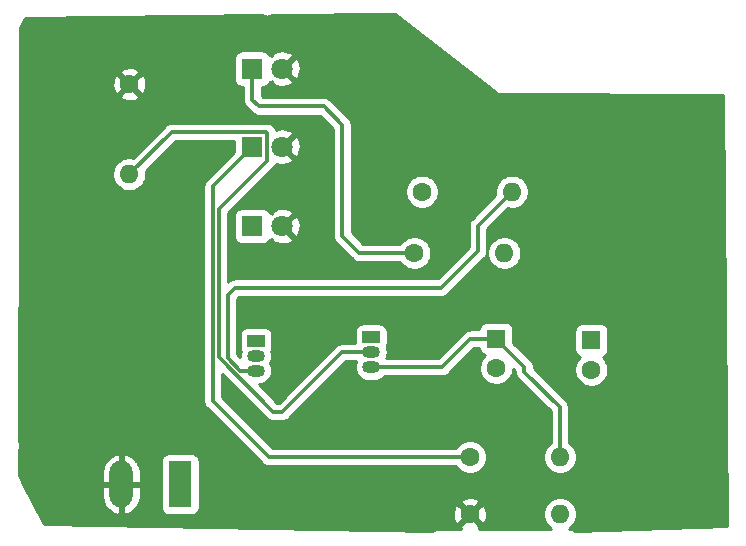
<source format=gbr>
%TF.GenerationSoftware,KiCad,Pcbnew,(5.1.6)-1*%
%TF.CreationDate,2020-09-30T19:57:20-06:00*%
%TF.ProjectId,PCB_LDE,5043425f-4c44-4452-9e6b-696361645f70,v1.0*%
%TF.SameCoordinates,Original*%
%TF.FileFunction,Copper,L1,Top*%
%TF.FilePolarity,Positive*%
%FSLAX46Y46*%
G04 Gerber Fmt 4.6, Leading zero omitted, Abs format (unit mm)*
G04 Created by KiCad (PCBNEW (5.1.6)-1) date 2020-09-30 19:57:20*
%MOMM*%
%LPD*%
G01*
G04 APERTURE LIST*
%TA.AperFunction,ComponentPad*%
%ADD10R,1.600000X1.600000*%
%TD*%
%TA.AperFunction,ComponentPad*%
%ADD11C,1.600000*%
%TD*%
%TA.AperFunction,ComponentPad*%
%ADD12R,1.800000X1.800000*%
%TD*%
%TA.AperFunction,ComponentPad*%
%ADD13C,1.800000*%
%TD*%
%TA.AperFunction,ComponentPad*%
%ADD14O,1.500000X1.050000*%
%TD*%
%TA.AperFunction,ComponentPad*%
%ADD15R,1.500000X1.050000*%
%TD*%
%TA.AperFunction,ComponentPad*%
%ADD16O,1.600000X1.600000*%
%TD*%
%TA.AperFunction,ComponentPad*%
%ADD17R,1.980000X3.960000*%
%TD*%
%TA.AperFunction,ComponentPad*%
%ADD18O,1.980000X3.960000*%
%TD*%
%TA.AperFunction,Conductor*%
%ADD19C,0.300000*%
%TD*%
%TA.AperFunction,Conductor*%
%ADD20C,0.254000*%
%TD*%
G04 APERTURE END LIST*
D10*
%TO.P,C1,1*%
%TO.N,Net-(C1-Pad1)*%
X154559000Y-105156000D03*
D11*
%TO.P,C1,2*%
%TO.N,Net-(C1-Pad2)*%
X154559000Y-107656000D03*
%TD*%
%TO.P,C2,2*%
%TO.N,Net-(C2-Pad2)*%
X146507200Y-107529000D03*
D10*
%TO.P,C2,1*%
%TO.N,Net-(C2-Pad1)*%
X146507200Y-105029000D03*
%TD*%
D12*
%TO.P,D1,1*%
%TO.N,Net-(D1-Pad1)*%
X125857000Y-82169000D03*
D13*
%TO.P,D1,2*%
%TO.N,VCC*%
X128397000Y-82169000D03*
%TD*%
%TO.P,D2,2*%
%TO.N,VCC*%
X128397000Y-95504000D03*
D12*
%TO.P,D2,1*%
%TO.N,Net-(D2-Pad1)*%
X125857000Y-95504000D03*
%TD*%
%TO.P,D3,1*%
%TO.N,Net-(D3-Pad1)*%
X125857000Y-88773000D03*
D13*
%TO.P,D3,2*%
%TO.N,VCC*%
X128397000Y-88773000D03*
%TD*%
D14*
%TO.P,Q1,2*%
%TO.N,Net-(C2-Pad2)*%
X126161800Y-106476800D03*
%TO.P,Q1,3*%
%TO.N,Net-(C1-Pad1)*%
X126161800Y-107746800D03*
D15*
%TO.P,Q1,1*%
%TO.N,Earth*%
X126161800Y-105206800D03*
%TD*%
%TO.P,Q2,1*%
%TO.N,Earth*%
X135915400Y-104902000D03*
D14*
%TO.P,Q2,3*%
%TO.N,Net-(C2-Pad1)*%
X135915400Y-107442000D03*
%TO.P,Q2,2*%
%TO.N,Net-(C1-Pad2)*%
X135915400Y-106172000D03*
%TD*%
D11*
%TO.P,R1,1*%
%TO.N,Net-(D1-Pad1)*%
X139573000Y-97790000D03*
D16*
%TO.P,R1,2*%
%TO.N,Net-(C1-Pad1)*%
X147193000Y-97790000D03*
%TD*%
D11*
%TO.P,R2,1*%
%TO.N,Net-(D2-Pad1)*%
X140208000Y-92583000D03*
D16*
%TO.P,R2,2*%
%TO.N,Net-(C1-Pad1)*%
X147828000Y-92583000D03*
%TD*%
%TO.P,R3,2*%
%TO.N,Net-(C2-Pad2)*%
X151892000Y-119888000D03*
D11*
%TO.P,R3,1*%
%TO.N,VCC*%
X144272000Y-119888000D03*
%TD*%
%TO.P,R4,1*%
%TO.N,VCC*%
X115443000Y-83489800D03*
D16*
%TO.P,R4,2*%
%TO.N,Net-(C1-Pad2)*%
X115443000Y-91109800D03*
%TD*%
%TO.P,R5,2*%
%TO.N,Net-(C2-Pad1)*%
X151892000Y-115062000D03*
D11*
%TO.P,R5,1*%
%TO.N,Net-(D3-Pad1)*%
X144272000Y-115062000D03*
%TD*%
D17*
%TO.P,J1,1*%
%TO.N,Earth*%
X119761000Y-117348000D03*
D18*
%TO.P,J1,2*%
%TO.N,VCC*%
X114761000Y-117348000D03*
%TD*%
D19*
%TO.N,Net-(C1-Pad1)*%
X144957800Y-95453200D02*
X147828000Y-92583000D01*
X141859000Y-100711000D02*
X144957800Y-97612200D01*
X144957800Y-97612200D02*
X144957800Y-95453200D01*
X124841000Y-107746800D02*
X123774200Y-106680000D01*
X126161800Y-107746800D02*
X124841000Y-107746800D01*
X123774200Y-106680000D02*
X123774200Y-101320600D01*
X123774200Y-101320600D02*
X124383800Y-100711000D01*
X124383800Y-100711000D02*
X141859000Y-100711000D01*
%TO.N,Net-(C1-Pad2)*%
X123007210Y-106624372D02*
X127609438Y-111226600D01*
X119032801Y-87519999D02*
X127039401Y-87519999D01*
X115443000Y-91109800D02*
X119032801Y-87519999D01*
X127039401Y-87519999D02*
X127110001Y-87590599D01*
X123007210Y-94058192D02*
X123007210Y-106624372D01*
X127110001Y-89955401D02*
X123007210Y-94058192D01*
X127110001Y-87590599D02*
X127110001Y-89955401D01*
X127609438Y-111226600D02*
X128397000Y-111226600D01*
X133451600Y-106172000D02*
X135915400Y-106172000D01*
X128397000Y-111226600D02*
X133451600Y-106172000D01*
%TO.N,Net-(C2-Pad1)*%
X151892000Y-115062000D02*
X151892000Y-110845600D01*
X151892000Y-110845600D02*
X148894800Y-107848400D01*
X148894800Y-107416600D02*
X146507200Y-105029000D01*
X148894800Y-107848400D02*
X148894800Y-107416600D01*
X135915400Y-107442000D02*
X141909800Y-107442000D01*
X144322800Y-105029000D02*
X146507200Y-105029000D01*
X141909800Y-107442000D02*
X144322800Y-105029000D01*
%TO.N,Net-(D1-Pad1)*%
X134924800Y-97790000D02*
X139573000Y-97790000D01*
X125857000Y-84810600D02*
X126415800Y-85369400D01*
X126415800Y-85369400D02*
X131927600Y-85369400D01*
X125857000Y-82169000D02*
X125857000Y-84810600D01*
X133477000Y-96342200D02*
X134924800Y-97790000D01*
X131927600Y-85369400D02*
X133477000Y-86918800D01*
X133477000Y-86918800D02*
X133477000Y-96342200D01*
%TO.N,Net-(D3-Pad1)*%
X144272000Y-115062000D02*
X127254000Y-115062000D01*
X127254000Y-115062000D02*
X122504200Y-110312200D01*
X122504200Y-92125800D02*
X125857000Y-88773000D01*
X122504200Y-110312200D02*
X122504200Y-92125800D01*
%TD*%
D20*
%TO.N,VCC*%
G36*
X146556270Y-84250479D02*
G01*
X146577331Y-84263756D01*
X146600578Y-84272668D01*
X146633527Y-84277198D01*
X165685330Y-84378135D01*
X166013295Y-120883243D01*
X153240073Y-121354869D01*
X153222461Y-121336927D01*
X153168161Y-121291474D01*
X153113938Y-121245861D01*
X153113154Y-121245429D01*
X153112465Y-121244852D01*
X153050292Y-121210768D01*
X152988321Y-121176598D01*
X152987467Y-121176326D01*
X152986679Y-121175894D01*
X152918979Y-121154506D01*
X152851643Y-121133054D01*
X152850755Y-121132953D01*
X152849896Y-121132682D01*
X152779373Y-121124856D01*
X152709110Y-121116886D01*
X152707425Y-121116872D01*
X152707324Y-121116861D01*
X152707213Y-121116870D01*
X152698848Y-121116802D01*
X152636016Y-121116724D01*
X152806759Y-121002637D01*
X153006637Y-120802759D01*
X153163680Y-120567727D01*
X153271853Y-120306574D01*
X153327000Y-120029335D01*
X153327000Y-119746665D01*
X153271853Y-119469426D01*
X153163680Y-119208273D01*
X153006637Y-118973241D01*
X152806759Y-118773363D01*
X152571727Y-118616320D01*
X152310574Y-118508147D01*
X152033335Y-118453000D01*
X151750665Y-118453000D01*
X151473426Y-118508147D01*
X151212273Y-118616320D01*
X150977241Y-118773363D01*
X150777363Y-118973241D01*
X150620320Y-119208273D01*
X150512147Y-119469426D01*
X150457000Y-119746665D01*
X150457000Y-120029335D01*
X150512147Y-120306574D01*
X150620320Y-120567727D01*
X150777363Y-120802759D01*
X150977241Y-121002637D01*
X151145205Y-121114867D01*
X145018630Y-121107236D01*
X145085097Y-120880702D01*
X144272000Y-120067605D01*
X143458903Y-120880702D01*
X143524824Y-121105375D01*
X141634924Y-121103021D01*
X141596267Y-121106763D01*
X141557407Y-121107022D01*
X141525028Y-121113658D01*
X141492144Y-121116841D01*
X141454944Y-121128022D01*
X141416881Y-121135823D01*
X141386410Y-121148621D01*
X141354768Y-121158131D01*
X141320451Y-121176323D01*
X141284626Y-121191369D01*
X141257221Y-121209841D01*
X141228028Y-121225317D01*
X141197892Y-121249833D01*
X141165678Y-121271547D01*
X141142386Y-121294987D01*
X141116752Y-121315841D01*
X141099482Y-121336664D01*
X108231764Y-120752975D01*
X106563334Y-117475000D01*
X113136000Y-117475000D01*
X113136000Y-118465000D01*
X113192000Y-118779582D01*
X113308296Y-119077194D01*
X113480419Y-119346399D01*
X113701754Y-119576852D01*
X113963795Y-119759696D01*
X114256472Y-119887905D01*
X114382135Y-119918218D01*
X114634000Y-119798740D01*
X114634000Y-117475000D01*
X114888000Y-117475000D01*
X114888000Y-119798740D01*
X115139865Y-119918218D01*
X115265528Y-119887905D01*
X115558205Y-119759696D01*
X115820246Y-119576852D01*
X116041581Y-119346399D01*
X116213704Y-119077194D01*
X116330000Y-118779582D01*
X116386000Y-118465000D01*
X116386000Y-117475000D01*
X114888000Y-117475000D01*
X114634000Y-117475000D01*
X113136000Y-117475000D01*
X106563334Y-117475000D01*
X106121282Y-116606500D01*
X106122288Y-116231000D01*
X113136000Y-116231000D01*
X113136000Y-117221000D01*
X114634000Y-117221000D01*
X114634000Y-114897260D01*
X114888000Y-114897260D01*
X114888000Y-117221000D01*
X116386000Y-117221000D01*
X116386000Y-116231000D01*
X116330000Y-115916418D01*
X116213704Y-115618806D01*
X116053345Y-115368000D01*
X118132928Y-115368000D01*
X118132928Y-119328000D01*
X118145188Y-119452482D01*
X118181498Y-119572180D01*
X118240463Y-119682494D01*
X118319815Y-119779185D01*
X118416506Y-119858537D01*
X118526820Y-119917502D01*
X118646518Y-119953812D01*
X118771000Y-119966072D01*
X120751000Y-119966072D01*
X120827760Y-119958512D01*
X142831783Y-119958512D01*
X142873213Y-120238130D01*
X142968397Y-120504292D01*
X143035329Y-120629514D01*
X143279298Y-120701097D01*
X144092395Y-119888000D01*
X144451605Y-119888000D01*
X145264702Y-120701097D01*
X145508671Y-120629514D01*
X145629571Y-120374004D01*
X145698300Y-120099816D01*
X145712217Y-119817488D01*
X145670787Y-119537870D01*
X145575603Y-119271708D01*
X145508671Y-119146486D01*
X145264702Y-119074903D01*
X144451605Y-119888000D01*
X144092395Y-119888000D01*
X143279298Y-119074903D01*
X143035329Y-119146486D01*
X142914429Y-119401996D01*
X142845700Y-119676184D01*
X142831783Y-119958512D01*
X120827760Y-119958512D01*
X120875482Y-119953812D01*
X120995180Y-119917502D01*
X121105494Y-119858537D01*
X121202185Y-119779185D01*
X121281537Y-119682494D01*
X121340502Y-119572180D01*
X121376812Y-119452482D01*
X121389072Y-119328000D01*
X121389072Y-118895298D01*
X143458903Y-118895298D01*
X144272000Y-119708395D01*
X145085097Y-118895298D01*
X145013514Y-118651329D01*
X144758004Y-118530429D01*
X144483816Y-118461700D01*
X144201488Y-118447783D01*
X143921870Y-118489213D01*
X143655708Y-118584397D01*
X143530486Y-118651329D01*
X143458903Y-118895298D01*
X121389072Y-118895298D01*
X121389072Y-115368000D01*
X121376812Y-115243518D01*
X121340502Y-115123820D01*
X121281537Y-115013506D01*
X121202185Y-114916815D01*
X121105494Y-114837463D01*
X120995180Y-114778498D01*
X120875482Y-114742188D01*
X120751000Y-114729928D01*
X118771000Y-114729928D01*
X118646518Y-114742188D01*
X118526820Y-114778498D01*
X118416506Y-114837463D01*
X118319815Y-114916815D01*
X118240463Y-115013506D01*
X118181498Y-115123820D01*
X118145188Y-115243518D01*
X118132928Y-115368000D01*
X116053345Y-115368000D01*
X116041581Y-115349601D01*
X115820246Y-115119148D01*
X115558205Y-114936304D01*
X115265528Y-114808095D01*
X115139865Y-114777782D01*
X114888000Y-114897260D01*
X114634000Y-114897260D01*
X114382135Y-114777782D01*
X114256472Y-114808095D01*
X113963795Y-114936304D01*
X113701754Y-115119148D01*
X113480419Y-115349601D01*
X113308296Y-115618806D01*
X113192000Y-115916418D01*
X113136000Y-116231000D01*
X106122288Y-116231000D01*
X106127261Y-114376502D01*
X106142775Y-114344181D01*
X106143801Y-114340198D01*
X106145537Y-114336475D01*
X106161674Y-114270788D01*
X106178547Y-114205265D01*
X106178779Y-114201162D01*
X106179760Y-114197170D01*
X106182831Y-114129614D01*
X106186657Y-114062048D01*
X106186087Y-114057975D01*
X106186274Y-114053871D01*
X106176167Y-113987024D01*
X106166794Y-113919983D01*
X106165444Y-113916098D01*
X106164830Y-113912036D01*
X106162244Y-113902105D01*
X106144019Y-113834076D01*
X106128886Y-113770390D01*
X106190017Y-90968465D01*
X114008000Y-90968465D01*
X114008000Y-91251135D01*
X114063147Y-91528374D01*
X114171320Y-91789527D01*
X114328363Y-92024559D01*
X114528241Y-92224437D01*
X114763273Y-92381480D01*
X115024426Y-92489653D01*
X115301665Y-92544800D01*
X115584335Y-92544800D01*
X115861574Y-92489653D01*
X116122727Y-92381480D01*
X116357759Y-92224437D01*
X116557637Y-92024559D01*
X116714680Y-91789527D01*
X116822853Y-91528374D01*
X116878000Y-91251135D01*
X116878000Y-90968465D01*
X116847554Y-90815403D01*
X119357959Y-88304999D01*
X124318928Y-88304999D01*
X124318928Y-89200914D01*
X121976385Y-91543458D01*
X121946437Y-91568036D01*
X121921859Y-91597984D01*
X121921855Y-91597988D01*
X121888890Y-91638156D01*
X121848339Y-91687567D01*
X121809377Y-91760460D01*
X121775446Y-91823941D01*
X121730559Y-91971914D01*
X121715403Y-92125800D01*
X121719201Y-92164363D01*
X121719200Y-110273647D01*
X121715403Y-110312200D01*
X121719200Y-110350753D01*
X121719200Y-110350760D01*
X121730559Y-110466086D01*
X121775446Y-110614059D01*
X121848338Y-110750432D01*
X121946436Y-110869964D01*
X121976390Y-110894547D01*
X126671653Y-115589810D01*
X126696236Y-115619764D01*
X126815767Y-115717862D01*
X126932958Y-115780501D01*
X126952140Y-115790754D01*
X127100113Y-115835642D01*
X127175026Y-115843020D01*
X127215439Y-115847000D01*
X127215444Y-115847000D01*
X127254000Y-115850797D01*
X127292556Y-115847000D01*
X143070661Y-115847000D01*
X143157363Y-115976759D01*
X143357241Y-116176637D01*
X143592273Y-116333680D01*
X143853426Y-116441853D01*
X144130665Y-116497000D01*
X144413335Y-116497000D01*
X144690574Y-116441853D01*
X144951727Y-116333680D01*
X145186759Y-116176637D01*
X145386637Y-115976759D01*
X145543680Y-115741727D01*
X145651853Y-115480574D01*
X145707000Y-115203335D01*
X145707000Y-114920665D01*
X145651853Y-114643426D01*
X145543680Y-114382273D01*
X145386637Y-114147241D01*
X145186759Y-113947363D01*
X144951727Y-113790320D01*
X144690574Y-113682147D01*
X144413335Y-113627000D01*
X144130665Y-113627000D01*
X143853426Y-113682147D01*
X143592273Y-113790320D01*
X143357241Y-113947363D01*
X143157363Y-114147241D01*
X143070661Y-114277000D01*
X127579157Y-114277000D01*
X123289200Y-109987043D01*
X123289200Y-108016519D01*
X127027096Y-111754416D01*
X127051674Y-111784364D01*
X127081622Y-111808942D01*
X127081625Y-111808945D01*
X127110997Y-111833050D01*
X127171205Y-111882462D01*
X127307578Y-111955354D01*
X127421110Y-111989794D01*
X127455550Y-112000241D01*
X127469928Y-112001657D01*
X127570877Y-112011600D01*
X127570884Y-112011600D01*
X127609437Y-112015397D01*
X127647990Y-112011600D01*
X128358447Y-112011600D01*
X128397000Y-112015397D01*
X128435553Y-112011600D01*
X128435561Y-112011600D01*
X128550887Y-112000241D01*
X128698860Y-111955354D01*
X128835233Y-111882462D01*
X128954764Y-111784364D01*
X128979347Y-111754410D01*
X133776757Y-106957000D01*
X134634329Y-106957000D01*
X134613515Y-106995940D01*
X134547185Y-107214600D01*
X134524788Y-107442000D01*
X134547185Y-107669400D01*
X134613515Y-107888060D01*
X134721229Y-108089579D01*
X134866188Y-108266212D01*
X135042821Y-108411171D01*
X135244340Y-108518885D01*
X135463000Y-108585215D01*
X135633421Y-108602000D01*
X136197379Y-108602000D01*
X136367800Y-108585215D01*
X136586460Y-108518885D01*
X136787979Y-108411171D01*
X136964612Y-108266212D01*
X136996792Y-108227000D01*
X141871247Y-108227000D01*
X141909800Y-108230797D01*
X141948353Y-108227000D01*
X141948361Y-108227000D01*
X142063687Y-108215641D01*
X142211660Y-108170754D01*
X142348033Y-108097862D01*
X142467564Y-107999764D01*
X142492147Y-107969810D01*
X144647958Y-105814000D01*
X145069128Y-105814000D01*
X145069128Y-105829000D01*
X145081388Y-105953482D01*
X145117698Y-106073180D01*
X145176663Y-106183494D01*
X145256015Y-106280185D01*
X145352706Y-106359537D01*
X145463020Y-106418502D01*
X145559143Y-106447661D01*
X145392563Y-106614241D01*
X145235520Y-106849273D01*
X145127347Y-107110426D01*
X145072200Y-107387665D01*
X145072200Y-107670335D01*
X145127347Y-107947574D01*
X145235520Y-108208727D01*
X145392563Y-108443759D01*
X145592441Y-108643637D01*
X145827473Y-108800680D01*
X146088626Y-108908853D01*
X146365865Y-108964000D01*
X146648535Y-108964000D01*
X146925774Y-108908853D01*
X147186927Y-108800680D01*
X147421959Y-108643637D01*
X147621837Y-108443759D01*
X147778880Y-108208727D01*
X147887053Y-107947574D01*
X147942200Y-107670335D01*
X147942200Y-107574158D01*
X148109800Y-107741758D01*
X148109800Y-107809847D01*
X148106003Y-107848400D01*
X148109800Y-107886953D01*
X148109800Y-107886960D01*
X148121159Y-108002286D01*
X148166046Y-108150259D01*
X148238938Y-108286632D01*
X148337036Y-108406164D01*
X148366990Y-108430747D01*
X151107001Y-111170759D01*
X151107000Y-113860661D01*
X150977241Y-113947363D01*
X150777363Y-114147241D01*
X150620320Y-114382273D01*
X150512147Y-114643426D01*
X150457000Y-114920665D01*
X150457000Y-115203335D01*
X150512147Y-115480574D01*
X150620320Y-115741727D01*
X150777363Y-115976759D01*
X150977241Y-116176637D01*
X151212273Y-116333680D01*
X151473426Y-116441853D01*
X151750665Y-116497000D01*
X152033335Y-116497000D01*
X152310574Y-116441853D01*
X152571727Y-116333680D01*
X152806759Y-116176637D01*
X153006637Y-115976759D01*
X153163680Y-115741727D01*
X153271853Y-115480574D01*
X153327000Y-115203335D01*
X153327000Y-114920665D01*
X153271853Y-114643426D01*
X153163680Y-114382273D01*
X153006637Y-114147241D01*
X152806759Y-113947363D01*
X152677000Y-113860661D01*
X152677000Y-110884156D01*
X152680797Y-110845600D01*
X152677000Y-110807044D01*
X152677000Y-110807039D01*
X152671425Y-110750432D01*
X152665642Y-110691713D01*
X152620754Y-110543740D01*
X152579248Y-110466087D01*
X152547862Y-110407367D01*
X152449764Y-110287836D01*
X152419816Y-110263258D01*
X149679800Y-107523243D01*
X149679800Y-107455152D01*
X149683597Y-107416599D01*
X149679800Y-107378046D01*
X149679800Y-107378040D01*
X149668441Y-107262713D01*
X149664247Y-107248885D01*
X149634912Y-107152184D01*
X149623554Y-107114740D01*
X149550662Y-106978367D01*
X149452564Y-106858836D01*
X149422616Y-106834258D01*
X147945272Y-105356915D01*
X147945272Y-104356000D01*
X153120928Y-104356000D01*
X153120928Y-105956000D01*
X153133188Y-106080482D01*
X153169498Y-106200180D01*
X153228463Y-106310494D01*
X153307815Y-106407185D01*
X153404506Y-106486537D01*
X153514820Y-106545502D01*
X153610943Y-106574661D01*
X153444363Y-106741241D01*
X153287320Y-106976273D01*
X153179147Y-107237426D01*
X153124000Y-107514665D01*
X153124000Y-107797335D01*
X153179147Y-108074574D01*
X153287320Y-108335727D01*
X153444363Y-108570759D01*
X153644241Y-108770637D01*
X153879273Y-108927680D01*
X154140426Y-109035853D01*
X154417665Y-109091000D01*
X154700335Y-109091000D01*
X154977574Y-109035853D01*
X155238727Y-108927680D01*
X155473759Y-108770637D01*
X155673637Y-108570759D01*
X155830680Y-108335727D01*
X155938853Y-108074574D01*
X155994000Y-107797335D01*
X155994000Y-107514665D01*
X155938853Y-107237426D01*
X155830680Y-106976273D01*
X155673637Y-106741241D01*
X155507057Y-106574661D01*
X155603180Y-106545502D01*
X155713494Y-106486537D01*
X155810185Y-106407185D01*
X155889537Y-106310494D01*
X155948502Y-106200180D01*
X155984812Y-106080482D01*
X155997072Y-105956000D01*
X155997072Y-104356000D01*
X155984812Y-104231518D01*
X155948502Y-104111820D01*
X155889537Y-104001506D01*
X155810185Y-103904815D01*
X155713494Y-103825463D01*
X155603180Y-103766498D01*
X155483482Y-103730188D01*
X155359000Y-103717928D01*
X153759000Y-103717928D01*
X153634518Y-103730188D01*
X153514820Y-103766498D01*
X153404506Y-103825463D01*
X153307815Y-103904815D01*
X153228463Y-104001506D01*
X153169498Y-104111820D01*
X153133188Y-104231518D01*
X153120928Y-104356000D01*
X147945272Y-104356000D01*
X147945272Y-104229000D01*
X147933012Y-104104518D01*
X147896702Y-103984820D01*
X147837737Y-103874506D01*
X147758385Y-103777815D01*
X147661694Y-103698463D01*
X147551380Y-103639498D01*
X147431682Y-103603188D01*
X147307200Y-103590928D01*
X145707200Y-103590928D01*
X145582718Y-103603188D01*
X145463020Y-103639498D01*
X145352706Y-103698463D01*
X145256015Y-103777815D01*
X145176663Y-103874506D01*
X145117698Y-103984820D01*
X145081388Y-104104518D01*
X145069128Y-104229000D01*
X145069128Y-104244000D01*
X144361352Y-104244000D01*
X144322799Y-104240203D01*
X144284246Y-104244000D01*
X144284239Y-104244000D01*
X144183290Y-104253943D01*
X144168912Y-104255359D01*
X144134472Y-104265806D01*
X144020940Y-104300246D01*
X143884567Y-104373138D01*
X143824359Y-104422550D01*
X143794987Y-104446655D01*
X143794984Y-104446658D01*
X143765036Y-104471236D01*
X143740458Y-104501184D01*
X141584643Y-106657000D01*
X137196471Y-106657000D01*
X137217285Y-106618060D01*
X137283615Y-106399400D01*
X137306012Y-106172000D01*
X137283615Y-105944600D01*
X137220307Y-105735902D01*
X137254902Y-105671180D01*
X137291212Y-105551482D01*
X137303472Y-105427000D01*
X137303472Y-104377000D01*
X137291212Y-104252518D01*
X137254902Y-104132820D01*
X137195937Y-104022506D01*
X137116585Y-103925815D01*
X137019894Y-103846463D01*
X136909580Y-103787498D01*
X136789882Y-103751188D01*
X136665400Y-103738928D01*
X135165400Y-103738928D01*
X135040918Y-103751188D01*
X134921220Y-103787498D01*
X134810906Y-103846463D01*
X134714215Y-103925815D01*
X134634863Y-104022506D01*
X134575898Y-104132820D01*
X134539588Y-104252518D01*
X134527328Y-104377000D01*
X134527328Y-105387000D01*
X133490156Y-105387000D01*
X133451600Y-105383203D01*
X133413044Y-105387000D01*
X133413039Y-105387000D01*
X133372626Y-105390980D01*
X133297713Y-105398358D01*
X133149740Y-105443246D01*
X133013367Y-105516138D01*
X132893836Y-105614236D01*
X132869253Y-105644190D01*
X128071843Y-110441600D01*
X127934596Y-110441600D01*
X126399796Y-108906800D01*
X126443779Y-108906800D01*
X126614200Y-108890015D01*
X126832860Y-108823685D01*
X127034379Y-108715971D01*
X127211012Y-108571012D01*
X127355971Y-108394379D01*
X127463685Y-108192860D01*
X127530015Y-107974200D01*
X127552412Y-107746800D01*
X127530015Y-107519400D01*
X127463685Y-107300740D01*
X127362695Y-107111800D01*
X127463685Y-106922860D01*
X127530015Y-106704200D01*
X127552412Y-106476800D01*
X127530015Y-106249400D01*
X127466707Y-106040702D01*
X127501302Y-105975980D01*
X127537612Y-105856282D01*
X127549872Y-105731800D01*
X127549872Y-104681800D01*
X127537612Y-104557318D01*
X127501302Y-104437620D01*
X127442337Y-104327306D01*
X127362985Y-104230615D01*
X127266294Y-104151263D01*
X127155980Y-104092298D01*
X127036282Y-104055988D01*
X126911800Y-104043728D01*
X125411800Y-104043728D01*
X125287318Y-104055988D01*
X125167620Y-104092298D01*
X125057306Y-104151263D01*
X124960615Y-104230615D01*
X124881263Y-104327306D01*
X124822298Y-104437620D01*
X124785988Y-104557318D01*
X124773728Y-104681800D01*
X124773728Y-105731800D01*
X124785988Y-105856282D01*
X124822298Y-105975980D01*
X124856893Y-106040702D01*
X124793585Y-106249400D01*
X124771188Y-106476800D01*
X124781024Y-106576667D01*
X124559200Y-106354843D01*
X124559200Y-101645757D01*
X124708957Y-101496000D01*
X141820447Y-101496000D01*
X141859000Y-101499797D01*
X141897553Y-101496000D01*
X141897561Y-101496000D01*
X142012887Y-101484641D01*
X142160860Y-101439754D01*
X142297233Y-101366862D01*
X142416764Y-101268764D01*
X142441347Y-101238810D01*
X145485617Y-98194541D01*
X145515564Y-98169964D01*
X145547067Y-98131579D01*
X145568575Y-98105371D01*
X145613662Y-98050433D01*
X145686554Y-97914060D01*
X145687913Y-97909579D01*
X145731442Y-97766087D01*
X145739677Y-97682464D01*
X145742800Y-97650761D01*
X145742800Y-97650756D01*
X145743005Y-97648665D01*
X145758000Y-97648665D01*
X145758000Y-97931335D01*
X145813147Y-98208574D01*
X145921320Y-98469727D01*
X146078363Y-98704759D01*
X146278241Y-98904637D01*
X146513273Y-99061680D01*
X146774426Y-99169853D01*
X147051665Y-99225000D01*
X147334335Y-99225000D01*
X147611574Y-99169853D01*
X147872727Y-99061680D01*
X148107759Y-98904637D01*
X148307637Y-98704759D01*
X148464680Y-98469727D01*
X148572853Y-98208574D01*
X148628000Y-97931335D01*
X148628000Y-97648665D01*
X148572853Y-97371426D01*
X148464680Y-97110273D01*
X148307637Y-96875241D01*
X148107759Y-96675363D01*
X147872727Y-96518320D01*
X147611574Y-96410147D01*
X147334335Y-96355000D01*
X147051665Y-96355000D01*
X146774426Y-96410147D01*
X146513273Y-96518320D01*
X146278241Y-96675363D01*
X146078363Y-96875241D01*
X145921320Y-97110273D01*
X145813147Y-97371426D01*
X145758000Y-97648665D01*
X145743005Y-97648665D01*
X145746597Y-97612200D01*
X145742800Y-97573645D01*
X145742800Y-95778357D01*
X147533603Y-93987554D01*
X147686665Y-94018000D01*
X147969335Y-94018000D01*
X148246574Y-93962853D01*
X148507727Y-93854680D01*
X148742759Y-93697637D01*
X148942637Y-93497759D01*
X149099680Y-93262727D01*
X149207853Y-93001574D01*
X149263000Y-92724335D01*
X149263000Y-92441665D01*
X149207853Y-92164426D01*
X149099680Y-91903273D01*
X148942637Y-91668241D01*
X148742759Y-91468363D01*
X148507727Y-91311320D01*
X148246574Y-91203147D01*
X147969335Y-91148000D01*
X147686665Y-91148000D01*
X147409426Y-91203147D01*
X147148273Y-91311320D01*
X146913241Y-91468363D01*
X146713363Y-91668241D01*
X146556320Y-91903273D01*
X146448147Y-92164426D01*
X146393000Y-92441665D01*
X146393000Y-92724335D01*
X146423446Y-92877397D01*
X144429985Y-94870858D01*
X144400037Y-94895436D01*
X144375459Y-94925384D01*
X144375455Y-94925388D01*
X144342490Y-94965556D01*
X144301939Y-95014967D01*
X144262977Y-95087860D01*
X144229046Y-95151341D01*
X144184159Y-95299314D01*
X144169003Y-95453200D01*
X144172801Y-95491763D01*
X144172800Y-97287042D01*
X141533843Y-99926000D01*
X124422356Y-99926000D01*
X124383800Y-99922203D01*
X124345244Y-99926000D01*
X124345239Y-99926000D01*
X124304826Y-99929980D01*
X124229913Y-99937358D01*
X124081940Y-99982246D01*
X123945567Y-100055138D01*
X123826036Y-100153236D01*
X123801455Y-100183188D01*
X123792210Y-100192433D01*
X123792210Y-94604000D01*
X124318928Y-94604000D01*
X124318928Y-96404000D01*
X124331188Y-96528482D01*
X124367498Y-96648180D01*
X124426463Y-96758494D01*
X124505815Y-96855185D01*
X124602506Y-96934537D01*
X124712820Y-96993502D01*
X124832518Y-97029812D01*
X124957000Y-97042072D01*
X126757000Y-97042072D01*
X126881482Y-97029812D01*
X127001180Y-96993502D01*
X127111494Y-96934537D01*
X127208185Y-96855185D01*
X127287537Y-96758494D01*
X127346502Y-96648180D01*
X127349813Y-96637265D01*
X127396578Y-96684030D01*
X127512526Y-96568082D01*
X127596208Y-96822261D01*
X127868775Y-96953158D01*
X128161642Y-97028365D01*
X128463553Y-97044991D01*
X128762907Y-97002397D01*
X129048199Y-96902222D01*
X129197792Y-96822261D01*
X129281475Y-96568080D01*
X128397000Y-95683605D01*
X128382858Y-95697748D01*
X128203253Y-95518143D01*
X128217395Y-95504000D01*
X128576605Y-95504000D01*
X129461080Y-96388475D01*
X129715261Y-96304792D01*
X129846158Y-96032225D01*
X129921365Y-95739358D01*
X129937991Y-95437447D01*
X129895397Y-95138093D01*
X129795222Y-94852801D01*
X129715261Y-94703208D01*
X129461080Y-94619525D01*
X128576605Y-95504000D01*
X128217395Y-95504000D01*
X128203253Y-95489858D01*
X128382858Y-95310253D01*
X128397000Y-95324395D01*
X129281475Y-94439920D01*
X129197792Y-94185739D01*
X128925225Y-94054842D01*
X128632358Y-93979635D01*
X128330447Y-93963009D01*
X128031093Y-94005603D01*
X127745801Y-94105778D01*
X127596208Y-94185739D01*
X127512526Y-94439918D01*
X127396578Y-94323970D01*
X127349813Y-94370735D01*
X127346502Y-94359820D01*
X127287537Y-94249506D01*
X127208185Y-94152815D01*
X127111494Y-94073463D01*
X127001180Y-94014498D01*
X126881482Y-93978188D01*
X126757000Y-93965928D01*
X124957000Y-93965928D01*
X124832518Y-93978188D01*
X124712820Y-94014498D01*
X124602506Y-94073463D01*
X124505815Y-94152815D01*
X124426463Y-94249506D01*
X124367498Y-94359820D01*
X124331188Y-94479518D01*
X124318928Y-94604000D01*
X123792210Y-94604000D01*
X123792210Y-94383349D01*
X127637811Y-90537748D01*
X127667765Y-90513165D01*
X127765863Y-90393634D01*
X127838755Y-90257261D01*
X127851867Y-90214038D01*
X127868775Y-90222158D01*
X128161642Y-90297365D01*
X128463553Y-90313991D01*
X128762907Y-90271397D01*
X129048199Y-90171222D01*
X129197792Y-90091261D01*
X129281475Y-89837080D01*
X128397000Y-88952605D01*
X128382858Y-88966748D01*
X128203253Y-88787143D01*
X128217395Y-88773000D01*
X128576605Y-88773000D01*
X129461080Y-89657475D01*
X129715261Y-89573792D01*
X129846158Y-89301225D01*
X129921365Y-89008358D01*
X129937991Y-88706447D01*
X129895397Y-88407093D01*
X129795222Y-88121801D01*
X129715261Y-87972208D01*
X129461080Y-87888525D01*
X128576605Y-88773000D01*
X128217395Y-88773000D01*
X128203253Y-88758858D01*
X128382858Y-88579253D01*
X128397000Y-88593395D01*
X129281475Y-87708920D01*
X129197792Y-87454739D01*
X128925225Y-87323842D01*
X128632358Y-87248635D01*
X128330447Y-87232009D01*
X128031093Y-87274603D01*
X127853394Y-87336999D01*
X127838755Y-87288739D01*
X127765863Y-87152366D01*
X127667765Y-87032835D01*
X127637812Y-87008253D01*
X127621748Y-86992189D01*
X127597165Y-86962235D01*
X127477634Y-86864137D01*
X127341261Y-86791245D01*
X127193288Y-86746358D01*
X127077962Y-86734999D01*
X127077954Y-86734999D01*
X127039401Y-86731202D01*
X127000848Y-86734999D01*
X119071353Y-86734999D01*
X119032800Y-86731202D01*
X118994247Y-86734999D01*
X118994240Y-86734999D01*
X118893291Y-86744942D01*
X118878913Y-86746358D01*
X118855670Y-86753409D01*
X118730941Y-86791245D01*
X118594568Y-86864137D01*
X118567384Y-86886447D01*
X118504988Y-86937654D01*
X118504985Y-86937657D01*
X118475037Y-86962235D01*
X118450459Y-86992183D01*
X115737397Y-89705246D01*
X115584335Y-89674800D01*
X115301665Y-89674800D01*
X115024426Y-89729947D01*
X114763273Y-89838120D01*
X114528241Y-89995163D01*
X114328363Y-90195041D01*
X114171320Y-90430073D01*
X114063147Y-90691226D01*
X114008000Y-90968465D01*
X106190017Y-90968465D01*
X106207405Y-84482502D01*
X114629903Y-84482502D01*
X114701486Y-84726471D01*
X114956996Y-84847371D01*
X115231184Y-84916100D01*
X115513512Y-84930017D01*
X115793130Y-84888587D01*
X116059292Y-84793403D01*
X116184514Y-84726471D01*
X116256097Y-84482502D01*
X115443000Y-83669405D01*
X114629903Y-84482502D01*
X106207405Y-84482502D01*
X106209878Y-83560312D01*
X114002783Y-83560312D01*
X114044213Y-83839930D01*
X114139397Y-84106092D01*
X114206329Y-84231314D01*
X114450298Y-84302897D01*
X115263395Y-83489800D01*
X115622605Y-83489800D01*
X116435702Y-84302897D01*
X116679671Y-84231314D01*
X116800571Y-83975804D01*
X116869300Y-83701616D01*
X116883217Y-83419288D01*
X116841787Y-83139670D01*
X116746603Y-82873508D01*
X116679671Y-82748286D01*
X116435702Y-82676703D01*
X115622605Y-83489800D01*
X115263395Y-83489800D01*
X114450298Y-82676703D01*
X114206329Y-82748286D01*
X114085429Y-83003796D01*
X114016700Y-83277984D01*
X114002783Y-83560312D01*
X106209878Y-83560312D01*
X106212728Y-82497098D01*
X114629903Y-82497098D01*
X115443000Y-83310195D01*
X116256097Y-82497098D01*
X116184514Y-82253129D01*
X115929004Y-82132229D01*
X115654816Y-82063500D01*
X115372488Y-82049583D01*
X115092870Y-82091013D01*
X114826708Y-82186197D01*
X114701486Y-82253129D01*
X114629903Y-82497098D01*
X106212728Y-82497098D01*
X106216020Y-81269000D01*
X124318928Y-81269000D01*
X124318928Y-83069000D01*
X124331188Y-83193482D01*
X124367498Y-83313180D01*
X124426463Y-83423494D01*
X124505815Y-83520185D01*
X124602506Y-83599537D01*
X124712820Y-83658502D01*
X124832518Y-83694812D01*
X124957000Y-83707072D01*
X125072001Y-83707072D01*
X125072001Y-84772037D01*
X125068203Y-84810600D01*
X125083359Y-84964486D01*
X125128246Y-85112459D01*
X125142334Y-85138815D01*
X125201139Y-85248833D01*
X125226528Y-85279769D01*
X125274655Y-85338412D01*
X125274659Y-85338416D01*
X125299237Y-85368364D01*
X125329185Y-85392942D01*
X125833453Y-85897210D01*
X125858036Y-85927164D01*
X125977567Y-86025262D01*
X126085950Y-86083193D01*
X126113940Y-86098154D01*
X126261913Y-86143042D01*
X126336826Y-86150420D01*
X126377239Y-86154400D01*
X126377244Y-86154400D01*
X126415800Y-86158197D01*
X126454356Y-86154400D01*
X131602443Y-86154400D01*
X132692000Y-87243958D01*
X132692001Y-96303637D01*
X132688203Y-96342200D01*
X132703359Y-96496086D01*
X132748246Y-96644059D01*
X132766004Y-96677282D01*
X132821139Y-96780433D01*
X132849870Y-96815441D01*
X132894655Y-96870012D01*
X132894659Y-96870016D01*
X132919237Y-96899964D01*
X132949185Y-96924542D01*
X134342458Y-98317816D01*
X134367036Y-98347764D01*
X134396984Y-98372342D01*
X134396987Y-98372345D01*
X134411023Y-98383864D01*
X134486567Y-98445862D01*
X134622940Y-98518754D01*
X134729017Y-98550932D01*
X134770912Y-98563641D01*
X134785290Y-98565057D01*
X134886239Y-98575000D01*
X134886246Y-98575000D01*
X134924799Y-98578797D01*
X134963352Y-98575000D01*
X138371661Y-98575000D01*
X138458363Y-98704759D01*
X138658241Y-98904637D01*
X138893273Y-99061680D01*
X139154426Y-99169853D01*
X139431665Y-99225000D01*
X139714335Y-99225000D01*
X139991574Y-99169853D01*
X140252727Y-99061680D01*
X140487759Y-98904637D01*
X140687637Y-98704759D01*
X140844680Y-98469727D01*
X140952853Y-98208574D01*
X141008000Y-97931335D01*
X141008000Y-97648665D01*
X140952853Y-97371426D01*
X140844680Y-97110273D01*
X140687637Y-96875241D01*
X140487759Y-96675363D01*
X140252727Y-96518320D01*
X139991574Y-96410147D01*
X139714335Y-96355000D01*
X139431665Y-96355000D01*
X139154426Y-96410147D01*
X138893273Y-96518320D01*
X138658241Y-96675363D01*
X138458363Y-96875241D01*
X138371661Y-97005000D01*
X135249958Y-97005000D01*
X134262000Y-96017043D01*
X134262000Y-92441665D01*
X138773000Y-92441665D01*
X138773000Y-92724335D01*
X138828147Y-93001574D01*
X138936320Y-93262727D01*
X139093363Y-93497759D01*
X139293241Y-93697637D01*
X139528273Y-93854680D01*
X139789426Y-93962853D01*
X140066665Y-94018000D01*
X140349335Y-94018000D01*
X140626574Y-93962853D01*
X140887727Y-93854680D01*
X141122759Y-93697637D01*
X141322637Y-93497759D01*
X141479680Y-93262727D01*
X141587853Y-93001574D01*
X141643000Y-92724335D01*
X141643000Y-92441665D01*
X141587853Y-92164426D01*
X141479680Y-91903273D01*
X141322637Y-91668241D01*
X141122759Y-91468363D01*
X140887727Y-91311320D01*
X140626574Y-91203147D01*
X140349335Y-91148000D01*
X140066665Y-91148000D01*
X139789426Y-91203147D01*
X139528273Y-91311320D01*
X139293241Y-91468363D01*
X139093363Y-91668241D01*
X138936320Y-91903273D01*
X138828147Y-92164426D01*
X138773000Y-92441665D01*
X134262000Y-92441665D01*
X134262000Y-86957352D01*
X134265797Y-86918799D01*
X134262000Y-86880246D01*
X134262000Y-86880239D01*
X134250641Y-86764913D01*
X134247152Y-86753409D01*
X134231158Y-86700686D01*
X134205754Y-86616940D01*
X134132862Y-86480567D01*
X134034764Y-86361036D01*
X134004817Y-86336459D01*
X132509945Y-84841588D01*
X132485364Y-84811636D01*
X132365833Y-84713538D01*
X132229460Y-84640646D01*
X132081487Y-84595759D01*
X131966161Y-84584400D01*
X131966153Y-84584400D01*
X131927600Y-84580603D01*
X131889047Y-84584400D01*
X126740957Y-84584400D01*
X126642000Y-84485443D01*
X126642000Y-83707072D01*
X126757000Y-83707072D01*
X126881482Y-83694812D01*
X127001180Y-83658502D01*
X127111494Y-83599537D01*
X127208185Y-83520185D01*
X127287537Y-83423494D01*
X127346502Y-83313180D01*
X127349813Y-83302265D01*
X127396578Y-83349030D01*
X127512526Y-83233082D01*
X127596208Y-83487261D01*
X127868775Y-83618158D01*
X128161642Y-83693365D01*
X128463553Y-83709991D01*
X128762907Y-83667397D01*
X129048199Y-83567222D01*
X129197792Y-83487261D01*
X129281475Y-83233080D01*
X128397000Y-82348605D01*
X128382858Y-82362748D01*
X128203253Y-82183143D01*
X128217395Y-82169000D01*
X128576605Y-82169000D01*
X129461080Y-83053475D01*
X129715261Y-82969792D01*
X129846158Y-82697225D01*
X129921365Y-82404358D01*
X129937991Y-82102447D01*
X129895397Y-81803093D01*
X129795222Y-81517801D01*
X129715261Y-81368208D01*
X129461080Y-81284525D01*
X128576605Y-82169000D01*
X128217395Y-82169000D01*
X128203253Y-82154858D01*
X128382858Y-81975253D01*
X128397000Y-81989395D01*
X129281475Y-81104920D01*
X129197792Y-80850739D01*
X128925225Y-80719842D01*
X128632358Y-80644635D01*
X128330447Y-80628009D01*
X128031093Y-80670603D01*
X127745801Y-80770778D01*
X127596208Y-80850739D01*
X127512526Y-81104918D01*
X127396578Y-80988970D01*
X127349813Y-81035735D01*
X127346502Y-81024820D01*
X127287537Y-80914506D01*
X127208185Y-80817815D01*
X127111494Y-80738463D01*
X127001180Y-80679498D01*
X126881482Y-80643188D01*
X126757000Y-80630928D01*
X124957000Y-80630928D01*
X124832518Y-80643188D01*
X124712820Y-80679498D01*
X124602506Y-80738463D01*
X124505815Y-80817815D01*
X124426463Y-80914506D01*
X124367498Y-81024820D01*
X124331188Y-81144518D01*
X124318928Y-81269000D01*
X106216020Y-81269000D01*
X106222752Y-78758370D01*
X106272102Y-78589758D01*
X106286912Y-78551157D01*
X106363079Y-78378471D01*
X106446910Y-78211197D01*
X106538208Y-78049455D01*
X106636750Y-77893423D01*
X106668563Y-77848175D01*
X126721682Y-77654738D01*
X126724972Y-77657246D01*
X126780538Y-77684496D01*
X126835385Y-77713243D01*
X126844881Y-77716049D01*
X126853766Y-77720406D01*
X126913584Y-77736348D01*
X126972953Y-77753890D01*
X126982807Y-77754797D01*
X126992374Y-77757347D01*
X127054183Y-77761369D01*
X127115795Y-77767042D01*
X127125633Y-77766019D01*
X127135519Y-77766662D01*
X127196908Y-77758605D01*
X127258472Y-77752201D01*
X127267935Y-77749282D01*
X127277745Y-77747995D01*
X127336389Y-77728172D01*
X127395548Y-77709927D01*
X127404257Y-77705230D01*
X127413638Y-77702059D01*
X127467313Y-77671223D01*
X127512016Y-77647114D01*
X137929796Y-77546621D01*
X146556270Y-84250479D01*
G37*
X146556270Y-84250479D02*
X146577331Y-84263756D01*
X146600578Y-84272668D01*
X146633527Y-84277198D01*
X165685330Y-84378135D01*
X166013295Y-120883243D01*
X153240073Y-121354869D01*
X153222461Y-121336927D01*
X153168161Y-121291474D01*
X153113938Y-121245861D01*
X153113154Y-121245429D01*
X153112465Y-121244852D01*
X153050292Y-121210768D01*
X152988321Y-121176598D01*
X152987467Y-121176326D01*
X152986679Y-121175894D01*
X152918979Y-121154506D01*
X152851643Y-121133054D01*
X152850755Y-121132953D01*
X152849896Y-121132682D01*
X152779373Y-121124856D01*
X152709110Y-121116886D01*
X152707425Y-121116872D01*
X152707324Y-121116861D01*
X152707213Y-121116870D01*
X152698848Y-121116802D01*
X152636016Y-121116724D01*
X152806759Y-121002637D01*
X153006637Y-120802759D01*
X153163680Y-120567727D01*
X153271853Y-120306574D01*
X153327000Y-120029335D01*
X153327000Y-119746665D01*
X153271853Y-119469426D01*
X153163680Y-119208273D01*
X153006637Y-118973241D01*
X152806759Y-118773363D01*
X152571727Y-118616320D01*
X152310574Y-118508147D01*
X152033335Y-118453000D01*
X151750665Y-118453000D01*
X151473426Y-118508147D01*
X151212273Y-118616320D01*
X150977241Y-118773363D01*
X150777363Y-118973241D01*
X150620320Y-119208273D01*
X150512147Y-119469426D01*
X150457000Y-119746665D01*
X150457000Y-120029335D01*
X150512147Y-120306574D01*
X150620320Y-120567727D01*
X150777363Y-120802759D01*
X150977241Y-121002637D01*
X151145205Y-121114867D01*
X145018630Y-121107236D01*
X145085097Y-120880702D01*
X144272000Y-120067605D01*
X143458903Y-120880702D01*
X143524824Y-121105375D01*
X141634924Y-121103021D01*
X141596267Y-121106763D01*
X141557407Y-121107022D01*
X141525028Y-121113658D01*
X141492144Y-121116841D01*
X141454944Y-121128022D01*
X141416881Y-121135823D01*
X141386410Y-121148621D01*
X141354768Y-121158131D01*
X141320451Y-121176323D01*
X141284626Y-121191369D01*
X141257221Y-121209841D01*
X141228028Y-121225317D01*
X141197892Y-121249833D01*
X141165678Y-121271547D01*
X141142386Y-121294987D01*
X141116752Y-121315841D01*
X141099482Y-121336664D01*
X108231764Y-120752975D01*
X106563334Y-117475000D01*
X113136000Y-117475000D01*
X113136000Y-118465000D01*
X113192000Y-118779582D01*
X113308296Y-119077194D01*
X113480419Y-119346399D01*
X113701754Y-119576852D01*
X113963795Y-119759696D01*
X114256472Y-119887905D01*
X114382135Y-119918218D01*
X114634000Y-119798740D01*
X114634000Y-117475000D01*
X114888000Y-117475000D01*
X114888000Y-119798740D01*
X115139865Y-119918218D01*
X115265528Y-119887905D01*
X115558205Y-119759696D01*
X115820246Y-119576852D01*
X116041581Y-119346399D01*
X116213704Y-119077194D01*
X116330000Y-118779582D01*
X116386000Y-118465000D01*
X116386000Y-117475000D01*
X114888000Y-117475000D01*
X114634000Y-117475000D01*
X113136000Y-117475000D01*
X106563334Y-117475000D01*
X106121282Y-116606500D01*
X106122288Y-116231000D01*
X113136000Y-116231000D01*
X113136000Y-117221000D01*
X114634000Y-117221000D01*
X114634000Y-114897260D01*
X114888000Y-114897260D01*
X114888000Y-117221000D01*
X116386000Y-117221000D01*
X116386000Y-116231000D01*
X116330000Y-115916418D01*
X116213704Y-115618806D01*
X116053345Y-115368000D01*
X118132928Y-115368000D01*
X118132928Y-119328000D01*
X118145188Y-119452482D01*
X118181498Y-119572180D01*
X118240463Y-119682494D01*
X118319815Y-119779185D01*
X118416506Y-119858537D01*
X118526820Y-119917502D01*
X118646518Y-119953812D01*
X118771000Y-119966072D01*
X120751000Y-119966072D01*
X120827760Y-119958512D01*
X142831783Y-119958512D01*
X142873213Y-120238130D01*
X142968397Y-120504292D01*
X143035329Y-120629514D01*
X143279298Y-120701097D01*
X144092395Y-119888000D01*
X144451605Y-119888000D01*
X145264702Y-120701097D01*
X145508671Y-120629514D01*
X145629571Y-120374004D01*
X145698300Y-120099816D01*
X145712217Y-119817488D01*
X145670787Y-119537870D01*
X145575603Y-119271708D01*
X145508671Y-119146486D01*
X145264702Y-119074903D01*
X144451605Y-119888000D01*
X144092395Y-119888000D01*
X143279298Y-119074903D01*
X143035329Y-119146486D01*
X142914429Y-119401996D01*
X142845700Y-119676184D01*
X142831783Y-119958512D01*
X120827760Y-119958512D01*
X120875482Y-119953812D01*
X120995180Y-119917502D01*
X121105494Y-119858537D01*
X121202185Y-119779185D01*
X121281537Y-119682494D01*
X121340502Y-119572180D01*
X121376812Y-119452482D01*
X121389072Y-119328000D01*
X121389072Y-118895298D01*
X143458903Y-118895298D01*
X144272000Y-119708395D01*
X145085097Y-118895298D01*
X145013514Y-118651329D01*
X144758004Y-118530429D01*
X144483816Y-118461700D01*
X144201488Y-118447783D01*
X143921870Y-118489213D01*
X143655708Y-118584397D01*
X143530486Y-118651329D01*
X143458903Y-118895298D01*
X121389072Y-118895298D01*
X121389072Y-115368000D01*
X121376812Y-115243518D01*
X121340502Y-115123820D01*
X121281537Y-115013506D01*
X121202185Y-114916815D01*
X121105494Y-114837463D01*
X120995180Y-114778498D01*
X120875482Y-114742188D01*
X120751000Y-114729928D01*
X118771000Y-114729928D01*
X118646518Y-114742188D01*
X118526820Y-114778498D01*
X118416506Y-114837463D01*
X118319815Y-114916815D01*
X118240463Y-115013506D01*
X118181498Y-115123820D01*
X118145188Y-115243518D01*
X118132928Y-115368000D01*
X116053345Y-115368000D01*
X116041581Y-115349601D01*
X115820246Y-115119148D01*
X115558205Y-114936304D01*
X115265528Y-114808095D01*
X115139865Y-114777782D01*
X114888000Y-114897260D01*
X114634000Y-114897260D01*
X114382135Y-114777782D01*
X114256472Y-114808095D01*
X113963795Y-114936304D01*
X113701754Y-115119148D01*
X113480419Y-115349601D01*
X113308296Y-115618806D01*
X113192000Y-115916418D01*
X113136000Y-116231000D01*
X106122288Y-116231000D01*
X106127261Y-114376502D01*
X106142775Y-114344181D01*
X106143801Y-114340198D01*
X106145537Y-114336475D01*
X106161674Y-114270788D01*
X106178547Y-114205265D01*
X106178779Y-114201162D01*
X106179760Y-114197170D01*
X106182831Y-114129614D01*
X106186657Y-114062048D01*
X106186087Y-114057975D01*
X106186274Y-114053871D01*
X106176167Y-113987024D01*
X106166794Y-113919983D01*
X106165444Y-113916098D01*
X106164830Y-113912036D01*
X106162244Y-113902105D01*
X106144019Y-113834076D01*
X106128886Y-113770390D01*
X106190017Y-90968465D01*
X114008000Y-90968465D01*
X114008000Y-91251135D01*
X114063147Y-91528374D01*
X114171320Y-91789527D01*
X114328363Y-92024559D01*
X114528241Y-92224437D01*
X114763273Y-92381480D01*
X115024426Y-92489653D01*
X115301665Y-92544800D01*
X115584335Y-92544800D01*
X115861574Y-92489653D01*
X116122727Y-92381480D01*
X116357759Y-92224437D01*
X116557637Y-92024559D01*
X116714680Y-91789527D01*
X116822853Y-91528374D01*
X116878000Y-91251135D01*
X116878000Y-90968465D01*
X116847554Y-90815403D01*
X119357959Y-88304999D01*
X124318928Y-88304999D01*
X124318928Y-89200914D01*
X121976385Y-91543458D01*
X121946437Y-91568036D01*
X121921859Y-91597984D01*
X121921855Y-91597988D01*
X121888890Y-91638156D01*
X121848339Y-91687567D01*
X121809377Y-91760460D01*
X121775446Y-91823941D01*
X121730559Y-91971914D01*
X121715403Y-92125800D01*
X121719201Y-92164363D01*
X121719200Y-110273647D01*
X121715403Y-110312200D01*
X121719200Y-110350753D01*
X121719200Y-110350760D01*
X121730559Y-110466086D01*
X121775446Y-110614059D01*
X121848338Y-110750432D01*
X121946436Y-110869964D01*
X121976390Y-110894547D01*
X126671653Y-115589810D01*
X126696236Y-115619764D01*
X126815767Y-115717862D01*
X126932958Y-115780501D01*
X126952140Y-115790754D01*
X127100113Y-115835642D01*
X127175026Y-115843020D01*
X127215439Y-115847000D01*
X127215444Y-115847000D01*
X127254000Y-115850797D01*
X127292556Y-115847000D01*
X143070661Y-115847000D01*
X143157363Y-115976759D01*
X143357241Y-116176637D01*
X143592273Y-116333680D01*
X143853426Y-116441853D01*
X144130665Y-116497000D01*
X144413335Y-116497000D01*
X144690574Y-116441853D01*
X144951727Y-116333680D01*
X145186759Y-116176637D01*
X145386637Y-115976759D01*
X145543680Y-115741727D01*
X145651853Y-115480574D01*
X145707000Y-115203335D01*
X145707000Y-114920665D01*
X145651853Y-114643426D01*
X145543680Y-114382273D01*
X145386637Y-114147241D01*
X145186759Y-113947363D01*
X144951727Y-113790320D01*
X144690574Y-113682147D01*
X144413335Y-113627000D01*
X144130665Y-113627000D01*
X143853426Y-113682147D01*
X143592273Y-113790320D01*
X143357241Y-113947363D01*
X143157363Y-114147241D01*
X143070661Y-114277000D01*
X127579157Y-114277000D01*
X123289200Y-109987043D01*
X123289200Y-108016519D01*
X127027096Y-111754416D01*
X127051674Y-111784364D01*
X127081622Y-111808942D01*
X127081625Y-111808945D01*
X127110997Y-111833050D01*
X127171205Y-111882462D01*
X127307578Y-111955354D01*
X127421110Y-111989794D01*
X127455550Y-112000241D01*
X127469928Y-112001657D01*
X127570877Y-112011600D01*
X127570884Y-112011600D01*
X127609437Y-112015397D01*
X127647990Y-112011600D01*
X128358447Y-112011600D01*
X128397000Y-112015397D01*
X128435553Y-112011600D01*
X128435561Y-112011600D01*
X128550887Y-112000241D01*
X128698860Y-111955354D01*
X128835233Y-111882462D01*
X128954764Y-111784364D01*
X128979347Y-111754410D01*
X133776757Y-106957000D01*
X134634329Y-106957000D01*
X134613515Y-106995940D01*
X134547185Y-107214600D01*
X134524788Y-107442000D01*
X134547185Y-107669400D01*
X134613515Y-107888060D01*
X134721229Y-108089579D01*
X134866188Y-108266212D01*
X135042821Y-108411171D01*
X135244340Y-108518885D01*
X135463000Y-108585215D01*
X135633421Y-108602000D01*
X136197379Y-108602000D01*
X136367800Y-108585215D01*
X136586460Y-108518885D01*
X136787979Y-108411171D01*
X136964612Y-108266212D01*
X136996792Y-108227000D01*
X141871247Y-108227000D01*
X141909800Y-108230797D01*
X141948353Y-108227000D01*
X141948361Y-108227000D01*
X142063687Y-108215641D01*
X142211660Y-108170754D01*
X142348033Y-108097862D01*
X142467564Y-107999764D01*
X142492147Y-107969810D01*
X144647958Y-105814000D01*
X145069128Y-105814000D01*
X145069128Y-105829000D01*
X145081388Y-105953482D01*
X145117698Y-106073180D01*
X145176663Y-106183494D01*
X145256015Y-106280185D01*
X145352706Y-106359537D01*
X145463020Y-106418502D01*
X145559143Y-106447661D01*
X145392563Y-106614241D01*
X145235520Y-106849273D01*
X145127347Y-107110426D01*
X145072200Y-107387665D01*
X145072200Y-107670335D01*
X145127347Y-107947574D01*
X145235520Y-108208727D01*
X145392563Y-108443759D01*
X145592441Y-108643637D01*
X145827473Y-108800680D01*
X146088626Y-108908853D01*
X146365865Y-108964000D01*
X146648535Y-108964000D01*
X146925774Y-108908853D01*
X147186927Y-108800680D01*
X147421959Y-108643637D01*
X147621837Y-108443759D01*
X147778880Y-108208727D01*
X147887053Y-107947574D01*
X147942200Y-107670335D01*
X147942200Y-107574158D01*
X148109800Y-107741758D01*
X148109800Y-107809847D01*
X148106003Y-107848400D01*
X148109800Y-107886953D01*
X148109800Y-107886960D01*
X148121159Y-108002286D01*
X148166046Y-108150259D01*
X148238938Y-108286632D01*
X148337036Y-108406164D01*
X148366990Y-108430747D01*
X151107001Y-111170759D01*
X151107000Y-113860661D01*
X150977241Y-113947363D01*
X150777363Y-114147241D01*
X150620320Y-114382273D01*
X150512147Y-114643426D01*
X150457000Y-114920665D01*
X150457000Y-115203335D01*
X150512147Y-115480574D01*
X150620320Y-115741727D01*
X150777363Y-115976759D01*
X150977241Y-116176637D01*
X151212273Y-116333680D01*
X151473426Y-116441853D01*
X151750665Y-116497000D01*
X152033335Y-116497000D01*
X152310574Y-116441853D01*
X152571727Y-116333680D01*
X152806759Y-116176637D01*
X153006637Y-115976759D01*
X153163680Y-115741727D01*
X153271853Y-115480574D01*
X153327000Y-115203335D01*
X153327000Y-114920665D01*
X153271853Y-114643426D01*
X153163680Y-114382273D01*
X153006637Y-114147241D01*
X152806759Y-113947363D01*
X152677000Y-113860661D01*
X152677000Y-110884156D01*
X152680797Y-110845600D01*
X152677000Y-110807044D01*
X152677000Y-110807039D01*
X152671425Y-110750432D01*
X152665642Y-110691713D01*
X152620754Y-110543740D01*
X152579248Y-110466087D01*
X152547862Y-110407367D01*
X152449764Y-110287836D01*
X152419816Y-110263258D01*
X149679800Y-107523243D01*
X149679800Y-107455152D01*
X149683597Y-107416599D01*
X149679800Y-107378046D01*
X149679800Y-107378040D01*
X149668441Y-107262713D01*
X149664247Y-107248885D01*
X149634912Y-107152184D01*
X149623554Y-107114740D01*
X149550662Y-106978367D01*
X149452564Y-106858836D01*
X149422616Y-106834258D01*
X147945272Y-105356915D01*
X147945272Y-104356000D01*
X153120928Y-104356000D01*
X153120928Y-105956000D01*
X153133188Y-106080482D01*
X153169498Y-106200180D01*
X153228463Y-106310494D01*
X153307815Y-106407185D01*
X153404506Y-106486537D01*
X153514820Y-106545502D01*
X153610943Y-106574661D01*
X153444363Y-106741241D01*
X153287320Y-106976273D01*
X153179147Y-107237426D01*
X153124000Y-107514665D01*
X153124000Y-107797335D01*
X153179147Y-108074574D01*
X153287320Y-108335727D01*
X153444363Y-108570759D01*
X153644241Y-108770637D01*
X153879273Y-108927680D01*
X154140426Y-109035853D01*
X154417665Y-109091000D01*
X154700335Y-109091000D01*
X154977574Y-109035853D01*
X155238727Y-108927680D01*
X155473759Y-108770637D01*
X155673637Y-108570759D01*
X155830680Y-108335727D01*
X155938853Y-108074574D01*
X155994000Y-107797335D01*
X155994000Y-107514665D01*
X155938853Y-107237426D01*
X155830680Y-106976273D01*
X155673637Y-106741241D01*
X155507057Y-106574661D01*
X155603180Y-106545502D01*
X155713494Y-106486537D01*
X155810185Y-106407185D01*
X155889537Y-106310494D01*
X155948502Y-106200180D01*
X155984812Y-106080482D01*
X155997072Y-105956000D01*
X155997072Y-104356000D01*
X155984812Y-104231518D01*
X155948502Y-104111820D01*
X155889537Y-104001506D01*
X155810185Y-103904815D01*
X155713494Y-103825463D01*
X155603180Y-103766498D01*
X155483482Y-103730188D01*
X155359000Y-103717928D01*
X153759000Y-103717928D01*
X153634518Y-103730188D01*
X153514820Y-103766498D01*
X153404506Y-103825463D01*
X153307815Y-103904815D01*
X153228463Y-104001506D01*
X153169498Y-104111820D01*
X153133188Y-104231518D01*
X153120928Y-104356000D01*
X147945272Y-104356000D01*
X147945272Y-104229000D01*
X147933012Y-104104518D01*
X147896702Y-103984820D01*
X147837737Y-103874506D01*
X147758385Y-103777815D01*
X147661694Y-103698463D01*
X147551380Y-103639498D01*
X147431682Y-103603188D01*
X147307200Y-103590928D01*
X145707200Y-103590928D01*
X145582718Y-103603188D01*
X145463020Y-103639498D01*
X145352706Y-103698463D01*
X145256015Y-103777815D01*
X145176663Y-103874506D01*
X145117698Y-103984820D01*
X145081388Y-104104518D01*
X145069128Y-104229000D01*
X145069128Y-104244000D01*
X144361352Y-104244000D01*
X144322799Y-104240203D01*
X144284246Y-104244000D01*
X144284239Y-104244000D01*
X144183290Y-104253943D01*
X144168912Y-104255359D01*
X144134472Y-104265806D01*
X144020940Y-104300246D01*
X143884567Y-104373138D01*
X143824359Y-104422550D01*
X143794987Y-104446655D01*
X143794984Y-104446658D01*
X143765036Y-104471236D01*
X143740458Y-104501184D01*
X141584643Y-106657000D01*
X137196471Y-106657000D01*
X137217285Y-106618060D01*
X137283615Y-106399400D01*
X137306012Y-106172000D01*
X137283615Y-105944600D01*
X137220307Y-105735902D01*
X137254902Y-105671180D01*
X137291212Y-105551482D01*
X137303472Y-105427000D01*
X137303472Y-104377000D01*
X137291212Y-104252518D01*
X137254902Y-104132820D01*
X137195937Y-104022506D01*
X137116585Y-103925815D01*
X137019894Y-103846463D01*
X136909580Y-103787498D01*
X136789882Y-103751188D01*
X136665400Y-103738928D01*
X135165400Y-103738928D01*
X135040918Y-103751188D01*
X134921220Y-103787498D01*
X134810906Y-103846463D01*
X134714215Y-103925815D01*
X134634863Y-104022506D01*
X134575898Y-104132820D01*
X134539588Y-104252518D01*
X134527328Y-104377000D01*
X134527328Y-105387000D01*
X133490156Y-105387000D01*
X133451600Y-105383203D01*
X133413044Y-105387000D01*
X133413039Y-105387000D01*
X133372626Y-105390980D01*
X133297713Y-105398358D01*
X133149740Y-105443246D01*
X133013367Y-105516138D01*
X132893836Y-105614236D01*
X132869253Y-105644190D01*
X128071843Y-110441600D01*
X127934596Y-110441600D01*
X126399796Y-108906800D01*
X126443779Y-108906800D01*
X126614200Y-108890015D01*
X126832860Y-108823685D01*
X127034379Y-108715971D01*
X127211012Y-108571012D01*
X127355971Y-108394379D01*
X127463685Y-108192860D01*
X127530015Y-107974200D01*
X127552412Y-107746800D01*
X127530015Y-107519400D01*
X127463685Y-107300740D01*
X127362695Y-107111800D01*
X127463685Y-106922860D01*
X127530015Y-106704200D01*
X127552412Y-106476800D01*
X127530015Y-106249400D01*
X127466707Y-106040702D01*
X127501302Y-105975980D01*
X127537612Y-105856282D01*
X127549872Y-105731800D01*
X127549872Y-104681800D01*
X127537612Y-104557318D01*
X127501302Y-104437620D01*
X127442337Y-104327306D01*
X127362985Y-104230615D01*
X127266294Y-104151263D01*
X127155980Y-104092298D01*
X127036282Y-104055988D01*
X126911800Y-104043728D01*
X125411800Y-104043728D01*
X125287318Y-104055988D01*
X125167620Y-104092298D01*
X125057306Y-104151263D01*
X124960615Y-104230615D01*
X124881263Y-104327306D01*
X124822298Y-104437620D01*
X124785988Y-104557318D01*
X124773728Y-104681800D01*
X124773728Y-105731800D01*
X124785988Y-105856282D01*
X124822298Y-105975980D01*
X124856893Y-106040702D01*
X124793585Y-106249400D01*
X124771188Y-106476800D01*
X124781024Y-106576667D01*
X124559200Y-106354843D01*
X124559200Y-101645757D01*
X124708957Y-101496000D01*
X141820447Y-101496000D01*
X141859000Y-101499797D01*
X141897553Y-101496000D01*
X141897561Y-101496000D01*
X142012887Y-101484641D01*
X142160860Y-101439754D01*
X142297233Y-101366862D01*
X142416764Y-101268764D01*
X142441347Y-101238810D01*
X145485617Y-98194541D01*
X145515564Y-98169964D01*
X145547067Y-98131579D01*
X145568575Y-98105371D01*
X145613662Y-98050433D01*
X145686554Y-97914060D01*
X145687913Y-97909579D01*
X145731442Y-97766087D01*
X145739677Y-97682464D01*
X145742800Y-97650761D01*
X145742800Y-97650756D01*
X145743005Y-97648665D01*
X145758000Y-97648665D01*
X145758000Y-97931335D01*
X145813147Y-98208574D01*
X145921320Y-98469727D01*
X146078363Y-98704759D01*
X146278241Y-98904637D01*
X146513273Y-99061680D01*
X146774426Y-99169853D01*
X147051665Y-99225000D01*
X147334335Y-99225000D01*
X147611574Y-99169853D01*
X147872727Y-99061680D01*
X148107759Y-98904637D01*
X148307637Y-98704759D01*
X148464680Y-98469727D01*
X148572853Y-98208574D01*
X148628000Y-97931335D01*
X148628000Y-97648665D01*
X148572853Y-97371426D01*
X148464680Y-97110273D01*
X148307637Y-96875241D01*
X148107759Y-96675363D01*
X147872727Y-96518320D01*
X147611574Y-96410147D01*
X147334335Y-96355000D01*
X147051665Y-96355000D01*
X146774426Y-96410147D01*
X146513273Y-96518320D01*
X146278241Y-96675363D01*
X146078363Y-96875241D01*
X145921320Y-97110273D01*
X145813147Y-97371426D01*
X145758000Y-97648665D01*
X145743005Y-97648665D01*
X145746597Y-97612200D01*
X145742800Y-97573645D01*
X145742800Y-95778357D01*
X147533603Y-93987554D01*
X147686665Y-94018000D01*
X147969335Y-94018000D01*
X148246574Y-93962853D01*
X148507727Y-93854680D01*
X148742759Y-93697637D01*
X148942637Y-93497759D01*
X149099680Y-93262727D01*
X149207853Y-93001574D01*
X149263000Y-92724335D01*
X149263000Y-92441665D01*
X149207853Y-92164426D01*
X149099680Y-91903273D01*
X148942637Y-91668241D01*
X148742759Y-91468363D01*
X148507727Y-91311320D01*
X148246574Y-91203147D01*
X147969335Y-91148000D01*
X147686665Y-91148000D01*
X147409426Y-91203147D01*
X147148273Y-91311320D01*
X146913241Y-91468363D01*
X146713363Y-91668241D01*
X146556320Y-91903273D01*
X146448147Y-92164426D01*
X146393000Y-92441665D01*
X146393000Y-92724335D01*
X146423446Y-92877397D01*
X144429985Y-94870858D01*
X144400037Y-94895436D01*
X144375459Y-94925384D01*
X144375455Y-94925388D01*
X144342490Y-94965556D01*
X144301939Y-95014967D01*
X144262977Y-95087860D01*
X144229046Y-95151341D01*
X144184159Y-95299314D01*
X144169003Y-95453200D01*
X144172801Y-95491763D01*
X144172800Y-97287042D01*
X141533843Y-99926000D01*
X124422356Y-99926000D01*
X124383800Y-99922203D01*
X124345244Y-99926000D01*
X124345239Y-99926000D01*
X124304826Y-99929980D01*
X124229913Y-99937358D01*
X124081940Y-99982246D01*
X123945567Y-100055138D01*
X123826036Y-100153236D01*
X123801455Y-100183188D01*
X123792210Y-100192433D01*
X123792210Y-94604000D01*
X124318928Y-94604000D01*
X124318928Y-96404000D01*
X124331188Y-96528482D01*
X124367498Y-96648180D01*
X124426463Y-96758494D01*
X124505815Y-96855185D01*
X124602506Y-96934537D01*
X124712820Y-96993502D01*
X124832518Y-97029812D01*
X124957000Y-97042072D01*
X126757000Y-97042072D01*
X126881482Y-97029812D01*
X127001180Y-96993502D01*
X127111494Y-96934537D01*
X127208185Y-96855185D01*
X127287537Y-96758494D01*
X127346502Y-96648180D01*
X127349813Y-96637265D01*
X127396578Y-96684030D01*
X127512526Y-96568082D01*
X127596208Y-96822261D01*
X127868775Y-96953158D01*
X128161642Y-97028365D01*
X128463553Y-97044991D01*
X128762907Y-97002397D01*
X129048199Y-96902222D01*
X129197792Y-96822261D01*
X129281475Y-96568080D01*
X128397000Y-95683605D01*
X128382858Y-95697748D01*
X128203253Y-95518143D01*
X128217395Y-95504000D01*
X128576605Y-95504000D01*
X129461080Y-96388475D01*
X129715261Y-96304792D01*
X129846158Y-96032225D01*
X129921365Y-95739358D01*
X129937991Y-95437447D01*
X129895397Y-95138093D01*
X129795222Y-94852801D01*
X129715261Y-94703208D01*
X129461080Y-94619525D01*
X128576605Y-95504000D01*
X128217395Y-95504000D01*
X128203253Y-95489858D01*
X128382858Y-95310253D01*
X128397000Y-95324395D01*
X129281475Y-94439920D01*
X129197792Y-94185739D01*
X128925225Y-94054842D01*
X128632358Y-93979635D01*
X128330447Y-93963009D01*
X128031093Y-94005603D01*
X127745801Y-94105778D01*
X127596208Y-94185739D01*
X127512526Y-94439918D01*
X127396578Y-94323970D01*
X127349813Y-94370735D01*
X127346502Y-94359820D01*
X127287537Y-94249506D01*
X127208185Y-94152815D01*
X127111494Y-94073463D01*
X127001180Y-94014498D01*
X126881482Y-93978188D01*
X126757000Y-93965928D01*
X124957000Y-93965928D01*
X124832518Y-93978188D01*
X124712820Y-94014498D01*
X124602506Y-94073463D01*
X124505815Y-94152815D01*
X124426463Y-94249506D01*
X124367498Y-94359820D01*
X124331188Y-94479518D01*
X124318928Y-94604000D01*
X123792210Y-94604000D01*
X123792210Y-94383349D01*
X127637811Y-90537748D01*
X127667765Y-90513165D01*
X127765863Y-90393634D01*
X127838755Y-90257261D01*
X127851867Y-90214038D01*
X127868775Y-90222158D01*
X128161642Y-90297365D01*
X128463553Y-90313991D01*
X128762907Y-90271397D01*
X129048199Y-90171222D01*
X129197792Y-90091261D01*
X129281475Y-89837080D01*
X128397000Y-88952605D01*
X128382858Y-88966748D01*
X128203253Y-88787143D01*
X128217395Y-88773000D01*
X128576605Y-88773000D01*
X129461080Y-89657475D01*
X129715261Y-89573792D01*
X129846158Y-89301225D01*
X129921365Y-89008358D01*
X129937991Y-88706447D01*
X129895397Y-88407093D01*
X129795222Y-88121801D01*
X129715261Y-87972208D01*
X129461080Y-87888525D01*
X128576605Y-88773000D01*
X128217395Y-88773000D01*
X128203253Y-88758858D01*
X128382858Y-88579253D01*
X128397000Y-88593395D01*
X129281475Y-87708920D01*
X129197792Y-87454739D01*
X128925225Y-87323842D01*
X128632358Y-87248635D01*
X128330447Y-87232009D01*
X128031093Y-87274603D01*
X127853394Y-87336999D01*
X127838755Y-87288739D01*
X127765863Y-87152366D01*
X127667765Y-87032835D01*
X127637812Y-87008253D01*
X127621748Y-86992189D01*
X127597165Y-86962235D01*
X127477634Y-86864137D01*
X127341261Y-86791245D01*
X127193288Y-86746358D01*
X127077962Y-86734999D01*
X127077954Y-86734999D01*
X127039401Y-86731202D01*
X127000848Y-86734999D01*
X119071353Y-86734999D01*
X119032800Y-86731202D01*
X118994247Y-86734999D01*
X118994240Y-86734999D01*
X118893291Y-86744942D01*
X118878913Y-86746358D01*
X118855670Y-86753409D01*
X118730941Y-86791245D01*
X118594568Y-86864137D01*
X118567384Y-86886447D01*
X118504988Y-86937654D01*
X118504985Y-86937657D01*
X118475037Y-86962235D01*
X118450459Y-86992183D01*
X115737397Y-89705246D01*
X115584335Y-89674800D01*
X115301665Y-89674800D01*
X115024426Y-89729947D01*
X114763273Y-89838120D01*
X114528241Y-89995163D01*
X114328363Y-90195041D01*
X114171320Y-90430073D01*
X114063147Y-90691226D01*
X114008000Y-90968465D01*
X106190017Y-90968465D01*
X106207405Y-84482502D01*
X114629903Y-84482502D01*
X114701486Y-84726471D01*
X114956996Y-84847371D01*
X115231184Y-84916100D01*
X115513512Y-84930017D01*
X115793130Y-84888587D01*
X116059292Y-84793403D01*
X116184514Y-84726471D01*
X116256097Y-84482502D01*
X115443000Y-83669405D01*
X114629903Y-84482502D01*
X106207405Y-84482502D01*
X106209878Y-83560312D01*
X114002783Y-83560312D01*
X114044213Y-83839930D01*
X114139397Y-84106092D01*
X114206329Y-84231314D01*
X114450298Y-84302897D01*
X115263395Y-83489800D01*
X115622605Y-83489800D01*
X116435702Y-84302897D01*
X116679671Y-84231314D01*
X116800571Y-83975804D01*
X116869300Y-83701616D01*
X116883217Y-83419288D01*
X116841787Y-83139670D01*
X116746603Y-82873508D01*
X116679671Y-82748286D01*
X116435702Y-82676703D01*
X115622605Y-83489800D01*
X115263395Y-83489800D01*
X114450298Y-82676703D01*
X114206329Y-82748286D01*
X114085429Y-83003796D01*
X114016700Y-83277984D01*
X114002783Y-83560312D01*
X106209878Y-83560312D01*
X106212728Y-82497098D01*
X114629903Y-82497098D01*
X115443000Y-83310195D01*
X116256097Y-82497098D01*
X116184514Y-82253129D01*
X115929004Y-82132229D01*
X115654816Y-82063500D01*
X115372488Y-82049583D01*
X115092870Y-82091013D01*
X114826708Y-82186197D01*
X114701486Y-82253129D01*
X114629903Y-82497098D01*
X106212728Y-82497098D01*
X106216020Y-81269000D01*
X124318928Y-81269000D01*
X124318928Y-83069000D01*
X124331188Y-83193482D01*
X124367498Y-83313180D01*
X124426463Y-83423494D01*
X124505815Y-83520185D01*
X124602506Y-83599537D01*
X124712820Y-83658502D01*
X124832518Y-83694812D01*
X124957000Y-83707072D01*
X125072001Y-83707072D01*
X125072001Y-84772037D01*
X125068203Y-84810600D01*
X125083359Y-84964486D01*
X125128246Y-85112459D01*
X125142334Y-85138815D01*
X125201139Y-85248833D01*
X125226528Y-85279769D01*
X125274655Y-85338412D01*
X125274659Y-85338416D01*
X125299237Y-85368364D01*
X125329185Y-85392942D01*
X125833453Y-85897210D01*
X125858036Y-85927164D01*
X125977567Y-86025262D01*
X126085950Y-86083193D01*
X126113940Y-86098154D01*
X126261913Y-86143042D01*
X126336826Y-86150420D01*
X126377239Y-86154400D01*
X126377244Y-86154400D01*
X126415800Y-86158197D01*
X126454356Y-86154400D01*
X131602443Y-86154400D01*
X132692000Y-87243958D01*
X132692001Y-96303637D01*
X132688203Y-96342200D01*
X132703359Y-96496086D01*
X132748246Y-96644059D01*
X132766004Y-96677282D01*
X132821139Y-96780433D01*
X132849870Y-96815441D01*
X132894655Y-96870012D01*
X132894659Y-96870016D01*
X132919237Y-96899964D01*
X132949185Y-96924542D01*
X134342458Y-98317816D01*
X134367036Y-98347764D01*
X134396984Y-98372342D01*
X134396987Y-98372345D01*
X134411023Y-98383864D01*
X134486567Y-98445862D01*
X134622940Y-98518754D01*
X134729017Y-98550932D01*
X134770912Y-98563641D01*
X134785290Y-98565057D01*
X134886239Y-98575000D01*
X134886246Y-98575000D01*
X134924799Y-98578797D01*
X134963352Y-98575000D01*
X138371661Y-98575000D01*
X138458363Y-98704759D01*
X138658241Y-98904637D01*
X138893273Y-99061680D01*
X139154426Y-99169853D01*
X139431665Y-99225000D01*
X139714335Y-99225000D01*
X139991574Y-99169853D01*
X140252727Y-99061680D01*
X140487759Y-98904637D01*
X140687637Y-98704759D01*
X140844680Y-98469727D01*
X140952853Y-98208574D01*
X141008000Y-97931335D01*
X141008000Y-97648665D01*
X140952853Y-97371426D01*
X140844680Y-97110273D01*
X140687637Y-96875241D01*
X140487759Y-96675363D01*
X140252727Y-96518320D01*
X139991574Y-96410147D01*
X139714335Y-96355000D01*
X139431665Y-96355000D01*
X139154426Y-96410147D01*
X138893273Y-96518320D01*
X138658241Y-96675363D01*
X138458363Y-96875241D01*
X138371661Y-97005000D01*
X135249958Y-97005000D01*
X134262000Y-96017043D01*
X134262000Y-92441665D01*
X138773000Y-92441665D01*
X138773000Y-92724335D01*
X138828147Y-93001574D01*
X138936320Y-93262727D01*
X139093363Y-93497759D01*
X139293241Y-93697637D01*
X139528273Y-93854680D01*
X139789426Y-93962853D01*
X140066665Y-94018000D01*
X140349335Y-94018000D01*
X140626574Y-93962853D01*
X140887727Y-93854680D01*
X141122759Y-93697637D01*
X141322637Y-93497759D01*
X141479680Y-93262727D01*
X141587853Y-93001574D01*
X141643000Y-92724335D01*
X141643000Y-92441665D01*
X141587853Y-92164426D01*
X141479680Y-91903273D01*
X141322637Y-91668241D01*
X141122759Y-91468363D01*
X140887727Y-91311320D01*
X140626574Y-91203147D01*
X140349335Y-91148000D01*
X140066665Y-91148000D01*
X139789426Y-91203147D01*
X139528273Y-91311320D01*
X139293241Y-91468363D01*
X139093363Y-91668241D01*
X138936320Y-91903273D01*
X138828147Y-92164426D01*
X138773000Y-92441665D01*
X134262000Y-92441665D01*
X134262000Y-86957352D01*
X134265797Y-86918799D01*
X134262000Y-86880246D01*
X134262000Y-86880239D01*
X134250641Y-86764913D01*
X134247152Y-86753409D01*
X134231158Y-86700686D01*
X134205754Y-86616940D01*
X134132862Y-86480567D01*
X134034764Y-86361036D01*
X134004817Y-86336459D01*
X132509945Y-84841588D01*
X132485364Y-84811636D01*
X132365833Y-84713538D01*
X132229460Y-84640646D01*
X132081487Y-84595759D01*
X131966161Y-84584400D01*
X131966153Y-84584400D01*
X131927600Y-84580603D01*
X131889047Y-84584400D01*
X126740957Y-84584400D01*
X126642000Y-84485443D01*
X126642000Y-83707072D01*
X126757000Y-83707072D01*
X126881482Y-83694812D01*
X127001180Y-83658502D01*
X127111494Y-83599537D01*
X127208185Y-83520185D01*
X127287537Y-83423494D01*
X127346502Y-83313180D01*
X127349813Y-83302265D01*
X127396578Y-83349030D01*
X127512526Y-83233082D01*
X127596208Y-83487261D01*
X127868775Y-83618158D01*
X128161642Y-83693365D01*
X128463553Y-83709991D01*
X128762907Y-83667397D01*
X129048199Y-83567222D01*
X129197792Y-83487261D01*
X129281475Y-83233080D01*
X128397000Y-82348605D01*
X128382858Y-82362748D01*
X128203253Y-82183143D01*
X128217395Y-82169000D01*
X128576605Y-82169000D01*
X129461080Y-83053475D01*
X129715261Y-82969792D01*
X129846158Y-82697225D01*
X129921365Y-82404358D01*
X129937991Y-82102447D01*
X129895397Y-81803093D01*
X129795222Y-81517801D01*
X129715261Y-81368208D01*
X129461080Y-81284525D01*
X128576605Y-82169000D01*
X128217395Y-82169000D01*
X128203253Y-82154858D01*
X128382858Y-81975253D01*
X128397000Y-81989395D01*
X129281475Y-81104920D01*
X129197792Y-80850739D01*
X128925225Y-80719842D01*
X128632358Y-80644635D01*
X128330447Y-80628009D01*
X128031093Y-80670603D01*
X127745801Y-80770778D01*
X127596208Y-80850739D01*
X127512526Y-81104918D01*
X127396578Y-80988970D01*
X127349813Y-81035735D01*
X127346502Y-81024820D01*
X127287537Y-80914506D01*
X127208185Y-80817815D01*
X127111494Y-80738463D01*
X127001180Y-80679498D01*
X126881482Y-80643188D01*
X126757000Y-80630928D01*
X124957000Y-80630928D01*
X124832518Y-80643188D01*
X124712820Y-80679498D01*
X124602506Y-80738463D01*
X124505815Y-80817815D01*
X124426463Y-80914506D01*
X124367498Y-81024820D01*
X124331188Y-81144518D01*
X124318928Y-81269000D01*
X106216020Y-81269000D01*
X106222752Y-78758370D01*
X106272102Y-78589758D01*
X106286912Y-78551157D01*
X106363079Y-78378471D01*
X106446910Y-78211197D01*
X106538208Y-78049455D01*
X106636750Y-77893423D01*
X106668563Y-77848175D01*
X126721682Y-77654738D01*
X126724972Y-77657246D01*
X126780538Y-77684496D01*
X126835385Y-77713243D01*
X126844881Y-77716049D01*
X126853766Y-77720406D01*
X126913584Y-77736348D01*
X126972953Y-77753890D01*
X126982807Y-77754797D01*
X126992374Y-77757347D01*
X127054183Y-77761369D01*
X127115795Y-77767042D01*
X127125633Y-77766019D01*
X127135519Y-77766662D01*
X127196908Y-77758605D01*
X127258472Y-77752201D01*
X127267935Y-77749282D01*
X127277745Y-77747995D01*
X127336389Y-77728172D01*
X127395548Y-77709927D01*
X127404257Y-77705230D01*
X127413638Y-77702059D01*
X127467313Y-77671223D01*
X127512016Y-77647114D01*
X137929796Y-77546621D01*
X146556270Y-84250479D01*
%TD*%
M02*

</source>
